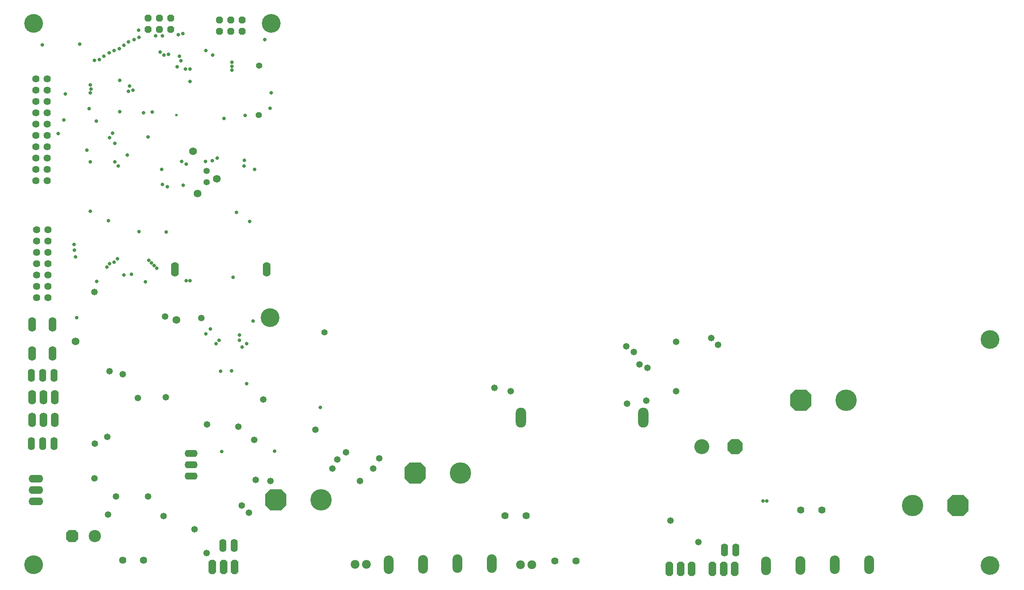
<source format=gts>
%FSLAX25Y25*%
%MOIN*%
G70*
G01*
G75*
G04 Layer_Color=8388736*
%ADD10C,0.01000*%
%ADD11C,0.10000*%
%ADD12C,0.07480*%
%ADD13C,0.07500*%
%ADD14C,0.02500*%
%ADD15C,0.00600*%
%ADD16C,0.05600*%
%ADD17O,0.05400X0.10800*%
G04:AMPARAMS|DCode=18|XSize=181mil|YSize=181mil|CornerRadius=0mil|HoleSize=0mil|Usage=FLASHONLY|Rotation=180.000|XOffset=0mil|YOffset=0mil|HoleType=Round|Shape=Octagon|*
%AMOCTAGOND18*
4,1,8,-0.09050,0.04525,-0.09050,-0.04525,-0.04525,-0.09050,0.04525,-0.09050,0.09050,-0.04525,0.09050,0.04525,0.04525,0.09050,-0.04525,0.09050,-0.09050,0.04525,0.0*
%
%ADD18OCTAGOND18*%

%ADD19C,0.18100*%
%ADD20O,0.08400X0.16800*%
G04:AMPARAMS|DCode=21|XSize=59.06mil|YSize=118.11mil|CornerRadius=0mil|HoleSize=0mil|Usage=FLASHONLY|Rotation=0.000|XOffset=0mil|YOffset=0mil|HoleType=Round|Shape=Octagon|*
%AMOCTAGOND21*
4,1,8,-0.01476,0.05906,0.01476,0.05906,0.02953,0.04429,0.02953,-0.04429,0.01476,-0.05906,-0.01476,-0.05906,-0.02953,-0.04429,-0.02953,0.04429,-0.01476,0.05906,0.0*
%
%ADD21OCTAGOND21*%

%ADD22O,0.12000X0.06000*%
%ADD23O,0.06000X0.12000*%
%ADD24O,0.07800X0.15600*%
%ADD25C,0.04800*%
G04:AMPARAMS|DCode=26|XSize=124mil|YSize=124mil|CornerRadius=0mil|HoleSize=0mil|Usage=FLASHONLY|Rotation=0.000|XOffset=0mil|YOffset=0mil|HoleType=Round|Shape=Octagon|*
%AMOCTAGOND26*
4,1,8,0.06200,-0.03100,0.06200,0.03100,0.03100,0.06200,-0.03100,0.06200,-0.06200,0.03100,-0.06200,-0.03100,-0.03100,-0.06200,0.03100,-0.06200,0.06200,-0.03100,0.0*
%
%ADD26OCTAGOND26*%

%ADD27C,0.12400*%
%ADD28C,0.07000*%
%ADD29C,0.06000*%
%ADD30O,0.10800X0.05400*%
G04:AMPARAMS|DCode=31|XSize=54mil|YSize=54mil|CornerRadius=0mil|HoleSize=0mil|Usage=FLASHONLY|Rotation=180.000|XOffset=0mil|YOffset=0mil|HoleType=Round|Shape=Octagon|*
%AMOCTAGOND31*
4,1,8,-0.02700,0.01350,-0.02700,-0.01350,-0.01350,-0.02700,0.01350,-0.02700,0.02700,-0.01350,0.02700,0.01350,0.01350,0.02700,-0.01350,0.02700,-0.02700,0.01350,0.0*
%
%ADD31OCTAGOND31*%

G04:AMPARAMS|DCode=32|XSize=100mil|YSize=100mil|CornerRadius=0mil|HoleSize=0mil|Usage=FLASHONLY|Rotation=180.000|XOffset=0mil|YOffset=0mil|HoleType=Round|Shape=Octagon|*
%AMOCTAGOND32*
4,1,8,-0.05000,0.02500,-0.05000,-0.02500,-0.02500,-0.05000,0.02500,-0.05000,0.05000,-0.02500,0.05000,0.02500,0.02500,0.05000,-0.02500,0.05000,-0.05000,0.02500,0.0*
%
%ADD32OCTAGOND32*%

%ADD33C,0.10000*%
%ADD34C,0.02362*%
%ADD35C,0.05000*%
%ADD36C,0.04724*%
%ADD37C,0.15748*%
%ADD38C,0.01575*%
G04:AMPARAMS|DCode=39|XSize=100mil|YSize=100mil|CornerRadius=50mil|HoleSize=0mil|Usage=FLASHONLY|Rotation=90.000|XOffset=0mil|YOffset=0mil|HoleType=Round|Shape=RoundedRectangle|*
%AMROUNDEDRECTD39*
21,1,0.10000,0.00000,0,0,90.0*
21,1,0.00000,0.10000,0,0,90.0*
1,1,0.10000,0.00000,0.00000*
1,1,0.10000,0.00000,0.00000*
1,1,0.10000,0.00000,0.00000*
1,1,0.10000,0.00000,0.00000*
%
%ADD39ROUNDEDRECTD39*%
%ADD40R,0.07500X0.07500*%
%ADD41R,0.07100X0.07500*%
%ADD42R,0.08300X0.06300*%
%ADD43R,0.01600X0.05400*%
%ADD44R,0.04331X0.05512*%
%ADD45R,0.06000X0.02400*%
%ADD46R,0.05200X0.06000*%
G04:AMPARAMS|DCode=47|XSize=39.37mil|YSize=39.37mil|CornerRadius=19.69mil|HoleSize=0mil|Usage=FLASHONLY|Rotation=90.000|XOffset=0mil|YOffset=0mil|HoleType=Round|Shape=RoundedRectangle|*
%AMROUNDEDRECTD47*
21,1,0.03937,0.00000,0,0,90.0*
21,1,0.00000,0.03937,0,0,90.0*
1,1,0.03937,0.00000,0.00000*
1,1,0.03937,0.00000,0.00000*
1,1,0.03937,0.00000,0.00000*
1,1,0.03937,0.00000,0.00000*
%
%ADD47ROUNDEDRECTD47*%
%ADD48R,0.03937X0.05118*%
%ADD49R,0.05118X0.03937*%
%ADD50R,0.02400X0.08700*%
%ADD51R,0.03600X0.02800*%
%ADD52R,0.04000X0.04800*%
%ADD53R,0.02400X0.04400*%
%ADD54R,0.03000X0.09700*%
%ADD55R,0.08600X0.02200*%
%ADD56R,0.06000X0.05200*%
%ADD57R,0.02800X0.03600*%
%ADD58R,0.04800X0.07100*%
%ADD59R,0.01200X0.04700*%
%ADD60R,0.04700X0.01200*%
%ADD61R,0.10700X0.07100*%
%ADD62R,0.04000X0.05600*%
%ADD63R,0.07100X0.12600*%
%ADD64R,0.04000X0.04400*%
G04:AMPARAMS|DCode=65|XSize=24mil|YSize=24mil|CornerRadius=12mil|HoleSize=0mil|Usage=FLASHONLY|Rotation=180.000|XOffset=0mil|YOffset=0mil|HoleType=Round|Shape=RoundedRectangle|*
%AMROUNDEDRECTD65*
21,1,0.02400,0.00000,0,0,180.0*
21,1,0.00000,0.02400,0,0,180.0*
1,1,0.02400,0.00000,0.00000*
1,1,0.02400,0.00000,0.00000*
1,1,0.02400,0.00000,0.00000*
1,1,0.02400,0.00000,0.00000*
%
%ADD65ROUNDEDRECTD65*%
%ADD66R,0.05600X0.04000*%
%ADD67R,0.03600X0.02400*%
%ADD68R,0.01181X0.01969*%
%ADD69R,0.02800X0.02400*%
%ADD70R,0.12600X0.07100*%
G04:AMPARAMS|DCode=71|XSize=23.62mil|YSize=23.62mil|CornerRadius=11.81mil|HoleSize=0mil|Usage=FLASHONLY|Rotation=180.000|XOffset=0mil|YOffset=0mil|HoleType=Round|Shape=RoundedRectangle|*
%AMROUNDEDRECTD71*
21,1,0.02362,0.00000,0,0,180.0*
21,1,0.00000,0.02362,0,0,180.0*
1,1,0.02362,0.00000,0.00000*
1,1,0.02362,0.00000,0.00000*
1,1,0.02362,0.00000,0.00000*
1,1,0.02362,0.00000,0.00000*
%
%ADD71ROUNDEDRECTD71*%
%ADD72C,0.02000*%
%ADD73C,0.05000*%
%ADD74C,0.00100*%
%ADD75C,0.03000*%
%ADD76C,0.06400*%
%ADD77O,0.06200X0.11600*%
G04:AMPARAMS|DCode=78|XSize=189mil|YSize=189mil|CornerRadius=0mil|HoleSize=0mil|Usage=FLASHONLY|Rotation=180.000|XOffset=0mil|YOffset=0mil|HoleType=Round|Shape=Octagon|*
%AMOCTAGOND78*
4,1,8,-0.09450,0.04725,-0.09450,-0.04725,-0.04725,-0.09450,0.04725,-0.09450,0.09450,-0.04725,0.09450,0.04725,0.04725,0.09450,-0.04725,0.09450,-0.09450,0.04725,0.0*
%
%ADD78OCTAGOND78*%

%ADD79C,0.18900*%
%ADD80O,0.09200X0.17600*%
G04:AMPARAMS|DCode=81|XSize=67.06mil|YSize=126.11mil|CornerRadius=0mil|HoleSize=0mil|Usage=FLASHONLY|Rotation=0.000|XOffset=0mil|YOffset=0mil|HoleType=Round|Shape=Octagon|*
%AMOCTAGOND81*
4,1,8,-0.01676,0.06306,0.01676,0.06306,0.03353,0.04629,0.03353,-0.04629,0.01676,-0.06306,-0.01676,-0.06306,-0.03353,-0.04629,-0.03353,0.04629,-0.01676,0.06306,0.0*
%
%ADD81OCTAGOND81*%

%ADD82O,0.12800X0.06800*%
%ADD83O,0.06800X0.12800*%
%ADD84O,0.08600X0.16400*%
G04:AMPARAMS|DCode=85|XSize=132mil|YSize=132mil|CornerRadius=0mil|HoleSize=0mil|Usage=FLASHONLY|Rotation=0.000|XOffset=0mil|YOffset=0mil|HoleType=Round|Shape=Octagon|*
%AMOCTAGOND85*
4,1,8,0.06600,-0.03300,0.06600,0.03300,0.03300,0.06600,-0.03300,0.06600,-0.06600,0.03300,-0.06600,-0.03300,-0.03300,-0.06600,0.03300,-0.06600,0.06600,-0.03300,0.0*
%
%ADD85OCTAGOND85*%

%ADD86C,0.13200*%
%ADD87C,0.07800*%
%ADD88C,0.06800*%
%ADD89O,0.11600X0.06200*%
G04:AMPARAMS|DCode=90|XSize=62mil|YSize=62mil|CornerRadius=0mil|HoleSize=0mil|Usage=FLASHONLY|Rotation=180.000|XOffset=0mil|YOffset=0mil|HoleType=Round|Shape=Octagon|*
%AMOCTAGOND90*
4,1,8,-0.03100,0.01550,-0.03100,-0.01550,-0.01550,-0.03100,0.01550,-0.03100,0.03100,-0.01550,0.03100,0.01550,0.01550,0.03100,-0.01550,0.03100,-0.03100,0.01550,0.0*
%
%ADD90OCTAGOND90*%

G04:AMPARAMS|DCode=91|XSize=108mil|YSize=108mil|CornerRadius=0mil|HoleSize=0mil|Usage=FLASHONLY|Rotation=180.000|XOffset=0mil|YOffset=0mil|HoleType=Round|Shape=Octagon|*
%AMOCTAGOND91*
4,1,8,-0.05400,0.02700,-0.05400,-0.02700,-0.02700,-0.05400,0.02700,-0.05400,0.05400,-0.02700,0.05400,0.02700,0.02700,0.05400,-0.02700,0.05400,-0.05400,0.02700,0.0*
%
%ADD91OCTAGOND91*%

%ADD92C,0.10800*%
%ADD93C,0.03162*%
%ADD94C,0.05800*%
%ADD95C,0.05524*%
%ADD96C,0.16548*%
%ADD97C,0.02375*%
D16*
X164500Y360000D02*
D03*
Y350000D02*
D03*
D76*
X90579Y16000D02*
D03*
X109000D02*
D03*
X707421Y60500D02*
D03*
X689000D02*
D03*
X446421Y55500D02*
D03*
X428000D02*
D03*
X490421Y15500D02*
D03*
X472000D02*
D03*
X14000Y351500D02*
D03*
X24000D02*
D03*
X14000Y361500D02*
D03*
X24000D02*
D03*
X14000Y371500D02*
D03*
X24000D02*
D03*
X14000Y381500D02*
D03*
X24000D02*
D03*
X14000Y391500D02*
D03*
X24000D02*
D03*
X14000Y401500D02*
D03*
X24000D02*
D03*
X14000Y411500D02*
D03*
X24000D02*
D03*
X14000Y421500D02*
D03*
X24000D02*
D03*
X14000Y431500D02*
D03*
X24000D02*
D03*
X14000Y441500D02*
D03*
X24000D02*
D03*
X14500Y248000D02*
D03*
X24500D02*
D03*
X14500Y258000D02*
D03*
X24500D02*
D03*
X14500Y268000D02*
D03*
X24500D02*
D03*
X14500Y278000D02*
D03*
X24500D02*
D03*
X14500Y288000D02*
D03*
X24500D02*
D03*
X14500Y298000D02*
D03*
X24500D02*
D03*
X14500Y308000D02*
D03*
X24500D02*
D03*
D77*
X189000Y29000D02*
D03*
X179000D02*
D03*
X30000Y179500D02*
D03*
X20000D02*
D03*
X10000D02*
D03*
X30000Y119000D02*
D03*
X20000D02*
D03*
X10000D02*
D03*
X631500Y25000D02*
D03*
X621500D02*
D03*
D78*
X225500Y69500D02*
D03*
X348500Y93000D02*
D03*
X689000Y157500D02*
D03*
X827500Y64500D02*
D03*
D79*
X265500Y69500D02*
D03*
X388500Y93000D02*
D03*
X729000Y157500D02*
D03*
X787500Y64500D02*
D03*
D80*
X550000Y142000D02*
D03*
X442000D02*
D03*
D81*
X610764Y8400D02*
D03*
X620782D02*
D03*
X630582D02*
D03*
X169382Y9900D02*
D03*
X179400D02*
D03*
X189200D02*
D03*
X572882Y8400D02*
D03*
X582900D02*
D03*
X592700D02*
D03*
D82*
X14000Y68000D02*
D03*
Y78000D02*
D03*
Y88000D02*
D03*
D83*
X136700Y273000D02*
D03*
X217500D02*
D03*
X10500Y160000D02*
D03*
X20500D02*
D03*
X30500D02*
D03*
X10500Y140000D02*
D03*
X20500D02*
D03*
X30500D02*
D03*
X28400Y198700D02*
D03*
X10600D02*
D03*
X28400Y224300D02*
D03*
X10600D02*
D03*
D84*
X749118Y12000D02*
D03*
X718718D02*
D03*
X688700Y11500D02*
D03*
X658200Y11000D02*
D03*
X416118Y13000D02*
D03*
X385718D02*
D03*
X355700Y12500D02*
D03*
X325200Y12000D02*
D03*
D85*
X631000Y116500D02*
D03*
D86*
X601500D02*
D03*
D87*
X451500Y12000D02*
D03*
X441500D02*
D03*
X305500Y12500D02*
D03*
X295500D02*
D03*
D88*
X138000Y228500D02*
D03*
X49000Y209500D02*
D03*
X152500Y377500D02*
D03*
X156500Y340000D02*
D03*
X173500Y353000D02*
D03*
D89*
X151000Y110500D02*
D03*
Y100500D02*
D03*
Y90500D02*
D03*
D90*
X176000Y493500D02*
D03*
Y483500D02*
D03*
X186000Y493500D02*
D03*
Y483500D02*
D03*
X196000Y493500D02*
D03*
Y483500D02*
D03*
X113000Y495000D02*
D03*
Y485000D02*
D03*
X123000Y495000D02*
D03*
Y485000D02*
D03*
X133000Y495000D02*
D03*
Y485000D02*
D03*
D91*
X46000Y37500D02*
D03*
D92*
X66000D02*
D03*
D93*
X175500Y210500D02*
D03*
X186500Y183500D02*
D03*
X177000Y183000D02*
D03*
X178000Y112000D02*
D03*
X224500Y112500D02*
D03*
X200000Y172000D02*
D03*
Y207500D02*
D03*
X173000D02*
D03*
X196000Y204500D02*
D03*
X168000Y220500D02*
D03*
X164000Y216000D02*
D03*
X129000Y306000D02*
D03*
X105000Y306500D02*
D03*
X48000Y290000D02*
D03*
X47500Y295000D02*
D03*
X67319Y404016D02*
D03*
X70000Y458500D02*
D03*
X74000Y461500D02*
D03*
X78500Y464500D02*
D03*
X83000Y466500D02*
D03*
X95500Y474000D02*
D03*
X113500Y281000D02*
D03*
X76500Y275000D02*
D03*
X79000Y278000D02*
D03*
X83000Y279500D02*
D03*
X86000Y282500D02*
D03*
X52500Y472000D02*
D03*
X19500Y471500D02*
D03*
X87500Y468000D02*
D03*
X79000Y389500D02*
D03*
X91500Y471000D02*
D03*
X81500Y393500D02*
D03*
X170000Y462500D02*
D03*
X100500Y476000D02*
D03*
X83500Y384500D02*
D03*
X105000Y478000D02*
D03*
X143500Y481500D02*
D03*
X142000Y457500D02*
D03*
X140500Y461500D02*
D03*
X139500Y480500D02*
D03*
X123500Y465000D02*
D03*
X131000Y463000D02*
D03*
X127000Y462500D02*
D03*
X125517Y479483D02*
D03*
X164000Y466500D02*
D03*
X198500Y409000D02*
D03*
X180000Y406500D02*
D03*
X174000Y371500D02*
D03*
X198000Y369500D02*
D03*
X169500Y369000D02*
D03*
X197500Y364500D02*
D03*
X88000Y440000D02*
D03*
X115877Y278623D02*
D03*
X118255Y276245D02*
D03*
X120632Y273868D02*
D03*
X110500Y262000D02*
D03*
X67500Y262500D02*
D03*
X150000Y263000D02*
D03*
X193500Y215000D02*
D03*
X98181Y268681D02*
D03*
X146638Y263000D02*
D03*
X193500Y210500D02*
D03*
X88000Y412500D02*
D03*
X91500Y268000D02*
D03*
X188000Y266000D02*
D03*
X142500Y368500D02*
D03*
X83500Y368000D02*
D03*
X125000Y361500D02*
D03*
X86500Y364500D02*
D03*
X146500Y366000D02*
D03*
X125500Y348000D02*
D03*
X49000Y284000D02*
D03*
X138500Y452000D02*
D03*
X119500Y479500D02*
D03*
X104500Y484500D02*
D03*
X65500Y457792D02*
D03*
X61000Y415000D02*
D03*
X265000Y151000D02*
D03*
X207000Y361500D02*
D03*
X163500Y368500D02*
D03*
X150000Y439000D02*
D03*
X191000Y323500D02*
D03*
X62000Y324500D02*
D03*
Y368000D02*
D03*
X59000Y378500D02*
D03*
X38500Y405000D02*
D03*
X40000Y428000D02*
D03*
X78000Y316000D02*
D03*
X202500Y315500D02*
D03*
X205500Y227500D02*
D03*
X50000Y230500D02*
D03*
X220500Y415500D02*
D03*
X221500Y429000D02*
D03*
X144000Y347500D02*
D03*
X130000Y346000D02*
D03*
X109000Y411500D02*
D03*
X116500Y412000D02*
D03*
X95500Y430500D02*
D03*
X99500Y431500D02*
D03*
X96500Y435000D02*
D03*
X187000Y449000D02*
D03*
Y452500D02*
D03*
Y456000D02*
D03*
X150000Y450000D02*
D03*
X146000D02*
D03*
X94500Y374000D02*
D03*
X62000Y436000D02*
D03*
X62500Y432500D02*
D03*
X62000Y429000D02*
D03*
X113000Y390000D02*
D03*
X33500Y393000D02*
D03*
X659000Y68500D02*
D03*
X655500D02*
D03*
X216000Y476000D02*
D03*
D94*
X126500Y55000D02*
D03*
X317000Y106000D02*
D03*
X287500Y111500D02*
D03*
X598500Y32000D02*
D03*
X574000Y51000D02*
D03*
X535500Y154500D02*
D03*
X311500Y97000D02*
D03*
X280000Y105000D02*
D03*
X300000Y86000D02*
D03*
X275500Y97000D02*
D03*
X553500Y186000D02*
D03*
X552500Y157000D02*
D03*
X433000Y165500D02*
D03*
X418500Y168500D02*
D03*
X546500Y189000D02*
D03*
X535000Y205000D02*
D03*
X541500Y200000D02*
D03*
X195500Y64500D02*
D03*
X154000Y43500D02*
D03*
X165000Y136000D02*
D03*
X192500Y134000D02*
D03*
X202000Y58000D02*
D03*
X164500Y22500D02*
D03*
X128000Y231500D02*
D03*
X104000Y159500D02*
D03*
X65500Y253000D02*
D03*
X128500Y160000D02*
D03*
X214500Y158000D02*
D03*
X65500Y88500D02*
D03*
X208000Y87000D02*
D03*
X113000Y72500D02*
D03*
X221000Y86000D02*
D03*
X260500Y131500D02*
D03*
X77000Y125000D02*
D03*
X77500Y56500D02*
D03*
X84500Y72500D02*
D03*
X79000Y183000D02*
D03*
X90500Y180500D02*
D03*
X610000Y212500D02*
D03*
X616000Y206500D02*
D03*
X579000Y165500D02*
D03*
Y209000D02*
D03*
X66000Y119000D02*
D03*
X206500Y122500D02*
D03*
X160000Y230000D02*
D03*
D95*
X211000Y453000D02*
D03*
X210500Y409500D02*
D03*
X268500Y217500D02*
D03*
D96*
X856000Y211000D02*
D03*
Y11500D02*
D03*
X12000Y12000D02*
D03*
X220500Y230500D02*
D03*
X12000Y490500D02*
D03*
X221500D02*
D03*
D97*
X138000Y409500D02*
D03*
M02*

</source>
